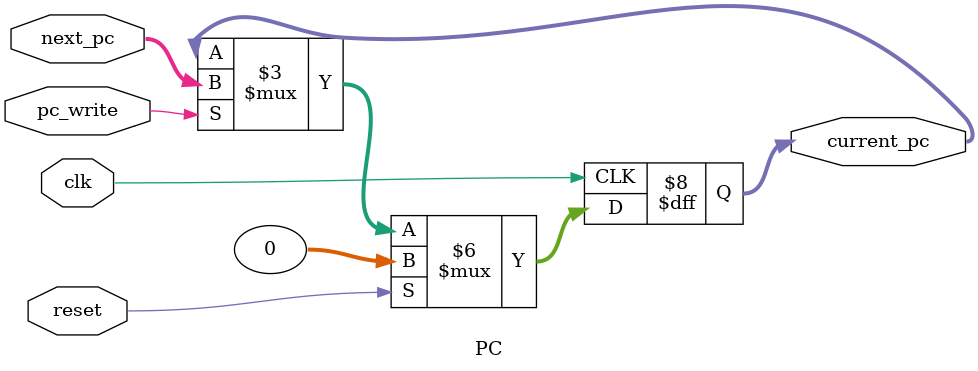
<source format=v>
module PC(  
    input reset,
    input clk,
    input pc_write,
    input [31:0] next_pc,
    output reg [31:0] current_pc
);
  
    always @(posedge clk) begin
        // Reset register file
        if (reset) begin
            current_pc <= 0;
        end
        else if (pc_write) begin
            current_pc <= next_pc;
        end else begin // data hazard
            current_pc <= current_pc;
        end
    end
endmodule

</source>
